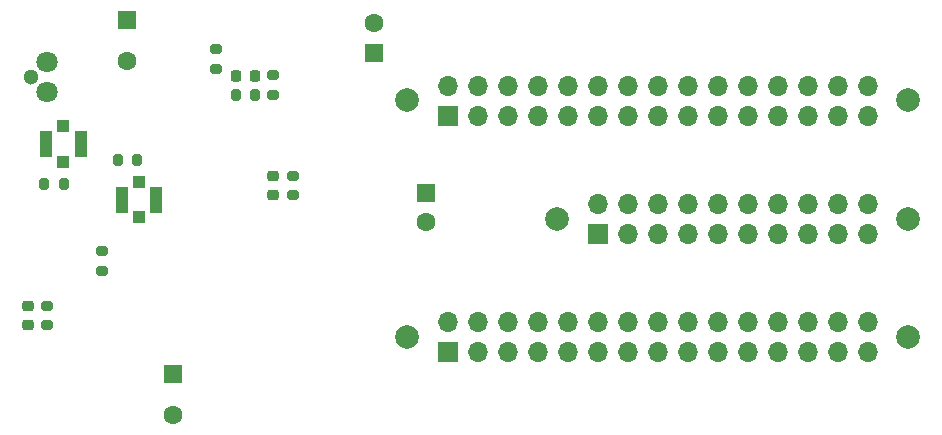
<source format=gbr>
%TF.GenerationSoftware,KiCad,Pcbnew,8.0.5*%
%TF.CreationDate,2024-10-27T11:22:31+01:00*%
%TF.ProjectId,BasePower,42617365-506f-4776-9572-2e6b69636164,rev?*%
%TF.SameCoordinates,Original*%
%TF.FileFunction,Soldermask,Bot*%
%TF.FilePolarity,Negative*%
%FSLAX46Y46*%
G04 Gerber Fmt 4.6, Leading zero omitted, Abs format (unit mm)*
G04 Created by KiCad (PCBNEW 8.0.5) date 2024-10-27 11:22:31*
%MOMM*%
%LPD*%
G01*
G04 APERTURE LIST*
G04 Aperture macros list*
%AMRoundRect*
0 Rectangle with rounded corners*
0 $1 Rounding radius*
0 $2 $3 $4 $5 $6 $7 $8 $9 X,Y pos of 4 corners*
0 Add a 4 corners polygon primitive as box body*
4,1,4,$2,$3,$4,$5,$6,$7,$8,$9,$2,$3,0*
0 Add four circle primitives for the rounded corners*
1,1,$1+$1,$2,$3*
1,1,$1+$1,$4,$5*
1,1,$1+$1,$6,$7*
1,1,$1+$1,$8,$9*
0 Add four rect primitives between the rounded corners*
20,1,$1+$1,$2,$3,$4,$5,0*
20,1,$1+$1,$4,$5,$6,$7,0*
20,1,$1+$1,$6,$7,$8,$9,0*
20,1,$1+$1,$8,$9,$2,$3,0*%
G04 Aperture macros list end*
%ADD10R,1.000000X1.000000*%
%ADD11R,1.050000X2.200000*%
%ADD12RoundRect,0.200000X-0.200000X-0.275000X0.200000X-0.275000X0.200000X0.275000X-0.200000X0.275000X0*%
%ADD13C,2.000000*%
%ADD14R,1.700000X1.700000*%
%ADD15O,1.700000X1.700000*%
%ADD16R,1.600000X1.600000*%
%ADD17C,1.600000*%
%ADD18RoundRect,0.225000X0.225000X0.250000X-0.225000X0.250000X-0.225000X-0.250000X0.225000X-0.250000X0*%
%ADD19C,1.300000*%
%ADD20C,1.800000*%
%ADD21RoundRect,0.200000X-0.275000X0.200000X-0.275000X-0.200000X0.275000X-0.200000X0.275000X0.200000X0*%
%ADD22RoundRect,0.225000X-0.250000X0.225000X-0.250000X-0.225000X0.250000X-0.225000X0.250000X0.225000X0*%
%ADD23RoundRect,0.200000X0.275000X-0.200000X0.275000X0.200000X-0.275000X0.200000X-0.275000X-0.200000X0*%
G04 APERTURE END LIST*
D10*
%TO.C,TP2*%
X123200000Y-96900000D03*
D11*
X121725000Y-98400000D03*
D10*
X123200000Y-99900000D03*
D11*
X124675000Y-98400000D03*
%TD*%
D10*
%TO.C,TP1*%
X116800000Y-95200000D03*
D11*
X118275000Y-93700000D03*
D10*
X116800000Y-92200000D03*
D11*
X115325000Y-93700000D03*
%TD*%
D12*
%TO.C,R7*%
X121375000Y-95000000D03*
X123025000Y-95000000D03*
%TD*%
%TO.C,R6*%
X115175000Y-97100000D03*
X116825000Y-97100000D03*
%TD*%
D13*
%TO.C,Hole6*%
X188300000Y-110000000D03*
%TD*%
%TO.C,Hole5*%
X145900000Y-110000000D03*
%TD*%
%TO.C,Hole4*%
X188300000Y-100000000D03*
%TD*%
%TO.C,Hole3*%
X158600000Y-100000000D03*
%TD*%
%TO.C,Hole2*%
X188300000Y-90000000D03*
%TD*%
%TO.C,Hole1*%
X145900000Y-90000000D03*
%TD*%
D14*
%TO.C,J4*%
X149325000Y-111275000D03*
D15*
X149325000Y-108735000D03*
X151865000Y-111275000D03*
X151865000Y-108735000D03*
X154405000Y-111275000D03*
X154405000Y-108735000D03*
X156945000Y-111275000D03*
X156945000Y-108735000D03*
X159485000Y-111275000D03*
X159485000Y-108735000D03*
X162025000Y-111275000D03*
X162025000Y-108735000D03*
X164565000Y-111275000D03*
X164565000Y-108735000D03*
X167105000Y-111275000D03*
X167105000Y-108735000D03*
X169645000Y-111275000D03*
X169645000Y-108735000D03*
X172185000Y-111275000D03*
X172185000Y-108735000D03*
X174725000Y-111275000D03*
X174725000Y-108735000D03*
X177265000Y-111275000D03*
X177265000Y-108735000D03*
X179805000Y-111275000D03*
X179805000Y-108735000D03*
X182345000Y-111275000D03*
X182345000Y-108735000D03*
X184885000Y-111275000D03*
X184885000Y-108735000D03*
%TD*%
D14*
%TO.C,J3*%
X162025000Y-101275000D03*
D15*
X162025000Y-98735000D03*
X164565000Y-101275000D03*
X164565000Y-98735000D03*
X167105000Y-101275000D03*
X167105000Y-98735000D03*
X169645000Y-101275000D03*
X169645000Y-98735000D03*
X172185000Y-101275000D03*
X172185000Y-98735000D03*
X174725000Y-101275000D03*
X174725000Y-98735000D03*
X177265000Y-101275000D03*
X177265000Y-98735000D03*
X179805000Y-101275000D03*
X179805000Y-98735000D03*
X182345000Y-101275000D03*
X182345000Y-98735000D03*
X184885000Y-101275000D03*
X184885000Y-98735000D03*
%TD*%
D14*
%TO.C,J2*%
X149325000Y-91275000D03*
D15*
X149325000Y-88735000D03*
X151865000Y-91275000D03*
X151865000Y-88735000D03*
X154405000Y-91275000D03*
X154405000Y-88735000D03*
X156945000Y-91275000D03*
X156945000Y-88735000D03*
X159485000Y-91275000D03*
X159485000Y-88735000D03*
X162025000Y-91275000D03*
X162025000Y-88735000D03*
X164565000Y-91275000D03*
X164565000Y-88735000D03*
X167105000Y-91275000D03*
X167105000Y-88735000D03*
X169645000Y-91275000D03*
X169645000Y-88735000D03*
X172185000Y-91275000D03*
X172185000Y-88735000D03*
X174725000Y-91275000D03*
X174725000Y-88735000D03*
X177265000Y-91275000D03*
X177265000Y-88735000D03*
X179805000Y-91275000D03*
X179805000Y-88735000D03*
X182345000Y-91275000D03*
X182345000Y-88735000D03*
X184885000Y-91275000D03*
X184885000Y-88735000D03*
%TD*%
D16*
%TO.C,C1*%
X122200000Y-83147349D03*
D17*
X122200000Y-86647349D03*
%TD*%
D18*
%TO.C,C31*%
X131425000Y-87900000D03*
X132975000Y-87900000D03*
%TD*%
D12*
%TO.C,R20*%
X133025000Y-89500000D03*
X131375000Y-89500000D03*
%TD*%
D19*
%TO.C,J1*%
X114090000Y-88000000D03*
D20*
X115430000Y-86750000D03*
X115430000Y-89250000D03*
%TD*%
D16*
%TO.C,C12*%
X126100000Y-113147349D03*
D17*
X126100000Y-116647349D03*
%TD*%
D21*
%TO.C,R23*%
X134500000Y-89525000D03*
X134500000Y-87875000D03*
%TD*%
D17*
%TO.C,C22*%
X147500000Y-100317620D03*
D16*
X147500000Y-97817620D03*
%TD*%
D21*
%TO.C,R21*%
X129700000Y-87325000D03*
X129700000Y-85675000D03*
%TD*%
D17*
%TO.C,C29*%
X143100000Y-83482380D03*
D16*
X143100000Y-85982380D03*
%TD*%
D22*
%TO.C,C25*%
X134500000Y-97975000D03*
X134500000Y-96425000D03*
%TD*%
%TO.C,C17*%
X113800000Y-107425000D03*
X113800000Y-108975000D03*
%TD*%
D21*
%TO.C,R19*%
X136200000Y-98025000D03*
X136200000Y-96375000D03*
%TD*%
D23*
%TO.C,R14*%
X120100000Y-104425000D03*
X120100000Y-102775000D03*
%TD*%
D21*
%TO.C,R13*%
X115400000Y-109025000D03*
X115400000Y-107375000D03*
%TD*%
M02*

</source>
